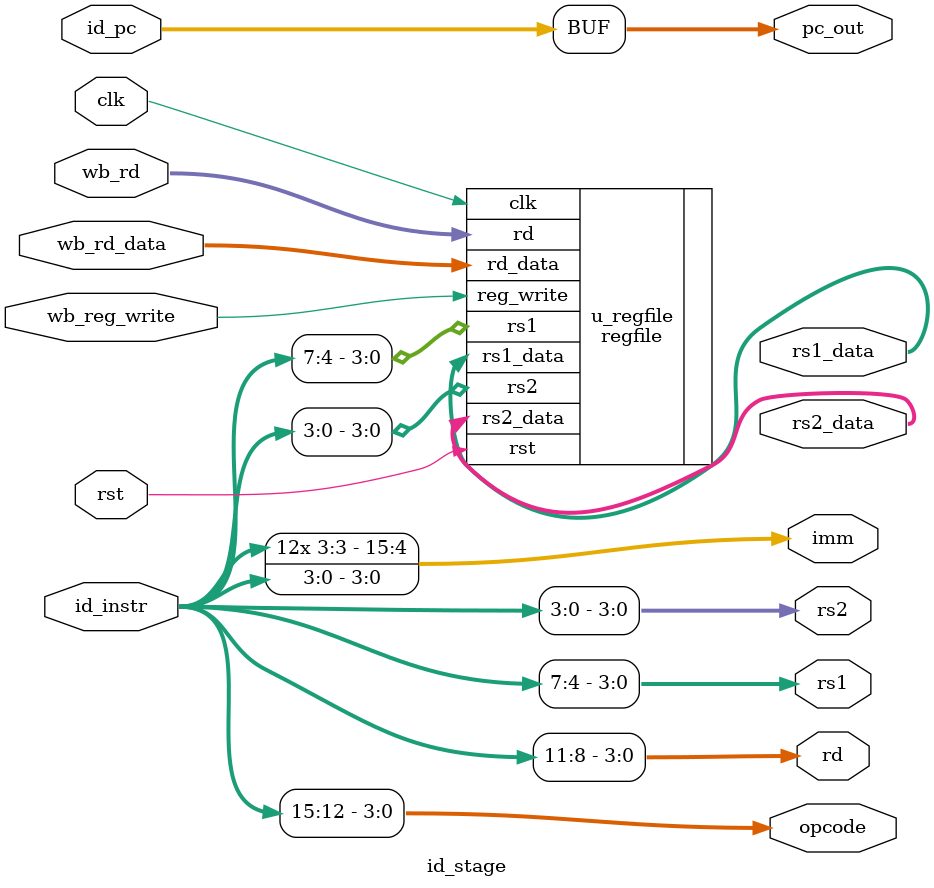
<source format=v>
`timescale 1ns/1ns
`include "def_opcode.v"


module id_stage(
    input wire clk,
    input wire rst,

    // From IF/ID pipeline
    input wire [15:0] id_instr,
    input wire [15:0] id_pc,

    // From WB stage (for register write-back)
    input wire [15:0] wb_rd_data,
    input wire wb_reg_write,
    input wire [3:0] wb_rd,

    // Outputs to ID/EX pipeline
    output wire [3:0] opcode,
    output wire [3:0] rd,
    output wire [3:0] rs1,
    output wire [3:0] rs2,
    output wire [15:0] rs1_data,
    output wire [15:0] rs2_data,
    output wire [15:0] imm,
    output wire [15:0] pc_out
);

    // ====== Instruction Decode ======
    // Extract fields from 16-bit instruction
    // Format: [15:12] opcode | [11:8] rd | [7:4] rs1 | [3:0] rs2/imm
    assign opcode = id_instr[15:12];
    assign rd = id_instr[11:8];
    assign rs1 = id_instr[7:4];
    assign rs2 = id_instr[3:0];
    
    // Sign-extend 4-bit immediate to 16 bits
    // If bit[3] = 1 (negative), fill upper 12 bits with 1's
    // If bit[3] = 0 (positive), fill upper 12 bits with 0's
    assign imm = {{12{id_instr[3]}}, id_instr[3:0]};

    // Pass PC forward for branch target calculation
    assign pc_out = id_pc;
    
    // ====== Register File ======
    regfile u_regfile (
        .clk(clk),
        .rst(rst),
        .reg_write(wb_reg_write),
        .rs1(rs1),
        .rs2(rs2),
        .rd(wb_rd),
        .rd_data(wb_rd_data),
        .rs1_data(rs1_data),
        .rs2_data(rs2_data)
    );

endmodule
</source>
